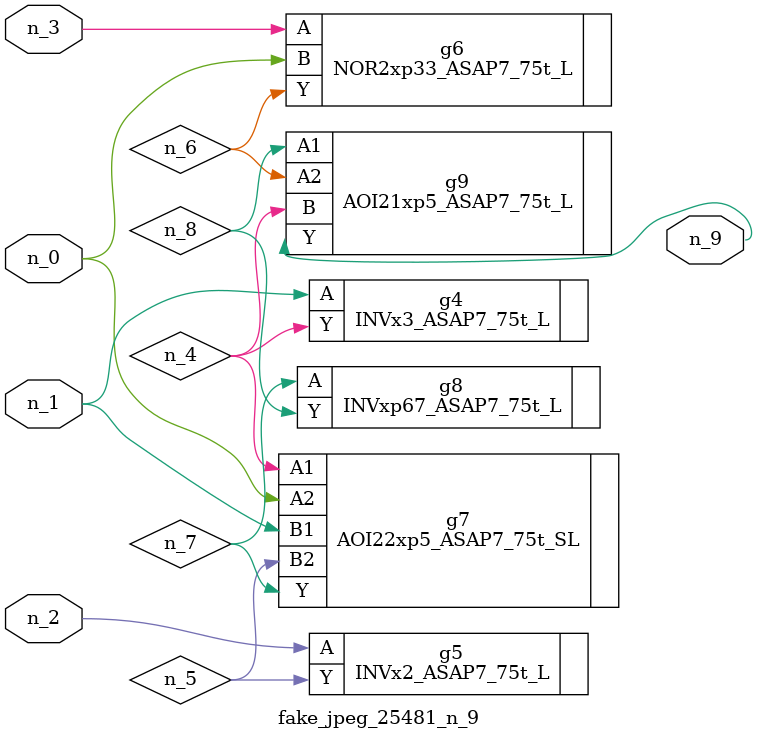
<source format=v>
module fake_jpeg_25481_n_9 (n_0, n_3, n_2, n_1, n_9);

input n_0;
input n_3;
input n_2;
input n_1;

output n_9;

wire n_4;
wire n_8;
wire n_6;
wire n_5;
wire n_7;

INVx3_ASAP7_75t_L g4 ( 
.A(n_1),
.Y(n_4)
);

INVx2_ASAP7_75t_L g5 ( 
.A(n_2),
.Y(n_5)
);

NOR2xp33_ASAP7_75t_L g6 ( 
.A(n_3),
.B(n_0),
.Y(n_6)
);

AOI22xp5_ASAP7_75t_SL g7 ( 
.A1(n_4),
.A2(n_0),
.B1(n_1),
.B2(n_5),
.Y(n_7)
);

INVxp67_ASAP7_75t_L g8 ( 
.A(n_7),
.Y(n_8)
);

AOI21xp5_ASAP7_75t_L g9 ( 
.A1(n_8),
.A2(n_6),
.B(n_4),
.Y(n_9)
);


endmodule
</source>
